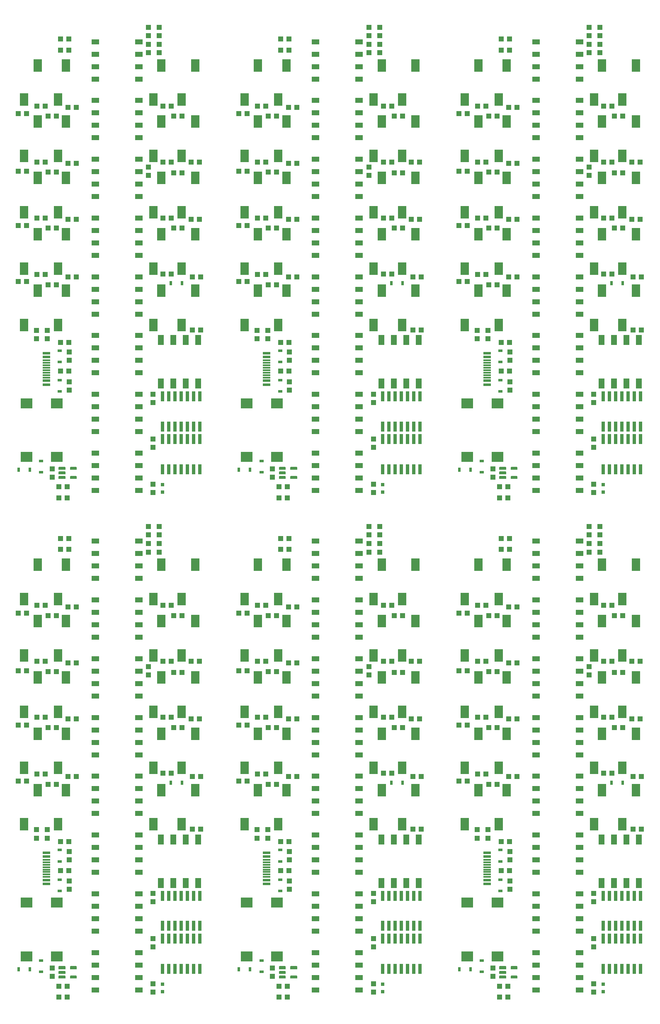
<source format=gtp>
G04 EAGLE Gerber RS-274X export*
G75*
%MOMM*%
%FSLAX34Y34*%
%LPD*%
%INSolderpaste Top*%
%IPPOS*%
%AMOC8*
5,1,8,0,0,1.08239X$1,22.5*%
G01*
G04 Define Apertures*
%ADD10R,1.000000X1.100000*%
%ADD11R,1.100000X1.000000*%
%ADD12R,0.630000X0.830000*%
%ADD13R,0.800000X0.800000*%
%ADD14R,0.830000X0.630000*%
%ADD15R,0.660400X2.032000*%
%ADD16R,2.400000X2.000000*%
%ADD17R,1.500000X0.600000*%
%ADD18R,1.500000X0.300000*%
%ADD19R,1.250000X2.000000*%
%ADD20R,1.500000X1.100000*%
%ADD21C,0.145000*%
%ADD22R,1.800000X2.600000*%
D10*
X182525Y86225D03*
X182525Y69225D03*
D11*
X213250Y49150D03*
X196250Y49150D03*
X213250Y26925D03*
X196250Y26925D03*
X199425Y344425D03*
X216425Y344425D03*
D10*
X388900Y221625D03*
X388900Y238625D03*
X388900Y146550D03*
X388900Y129550D03*
D12*
X448025Y465075D03*
X425025Y465075D03*
D13*
X407950Y38475D03*
X407950Y53475D03*
D12*
X136875Y84075D03*
X113875Y84075D03*
D14*
X160300Y101925D03*
X160300Y78925D03*
X198400Y267025D03*
X198400Y244025D03*
X198400Y304350D03*
X198400Y327350D03*
D15*
X407950Y85091D03*
X407950Y146559D03*
X420650Y85091D03*
X433350Y85091D03*
X420650Y146559D03*
X433350Y146559D03*
X446050Y85091D03*
X446050Y146559D03*
X458750Y85091D03*
X471450Y85091D03*
X458750Y146559D03*
X471450Y146559D03*
X484150Y85091D03*
X484150Y146559D03*
X407950Y172404D03*
X407950Y233872D03*
X420650Y172404D03*
X433350Y172404D03*
X420650Y233872D03*
X433350Y233872D03*
X446050Y172404D03*
X446050Y233872D03*
X458750Y172404D03*
X471450Y172404D03*
X458750Y233872D03*
X471450Y233872D03*
X484150Y172404D03*
X484150Y233872D03*
D16*
X130000Y220000D03*
X192000Y220000D03*
X192000Y110000D03*
X130000Y110000D03*
D17*
X170700Y258000D03*
X170700Y322000D03*
X170700Y314500D03*
X170700Y266000D03*
D18*
X170700Y272500D03*
X170700Y307500D03*
X170700Y302500D03*
X170700Y277500D03*
X170700Y282500D03*
X170700Y297500D03*
X170700Y292500D03*
X170700Y287500D03*
D19*
X480975Y260288D03*
X455575Y260288D03*
X430175Y260288D03*
X404775Y260288D03*
X404775Y349188D03*
X430175Y349188D03*
X455575Y349188D03*
X480975Y349188D03*
D11*
X408975Y484125D03*
X425975Y484125D03*
X469300Y369825D03*
X486300Y369825D03*
X448200Y577788D03*
X431200Y577788D03*
D10*
X217450Y264025D03*
X217450Y247025D03*
X217450Y307350D03*
X217450Y324350D03*
D11*
X486300Y477775D03*
X469300Y477775D03*
D10*
X388900Y37475D03*
X388900Y54475D03*
D20*
X359500Y92700D03*
X359500Y118100D03*
X359500Y67300D03*
X359500Y41900D03*
X270500Y118100D03*
X270500Y92700D03*
X270500Y67300D03*
X270500Y41900D03*
X359500Y212700D03*
X359500Y238100D03*
X359500Y187300D03*
X359500Y161900D03*
X270500Y238100D03*
X270500Y212700D03*
X270500Y187300D03*
X270500Y161900D03*
X359500Y332700D03*
X359500Y358100D03*
X359500Y307300D03*
X359500Y281900D03*
X270500Y358100D03*
X270500Y332700D03*
X270500Y307300D03*
X270500Y281900D03*
X359500Y452700D03*
X359500Y478100D03*
X359500Y427300D03*
X359500Y401900D03*
X270500Y478100D03*
X270500Y452700D03*
X270500Y427300D03*
X270500Y401900D03*
X359500Y572700D03*
X359500Y598100D03*
X359500Y547300D03*
X359500Y521900D03*
X270500Y598100D03*
X270500Y572700D03*
X270500Y547300D03*
X270500Y521900D03*
X359500Y692700D03*
X359500Y718100D03*
X359500Y667300D03*
X359500Y641900D03*
X270500Y718100D03*
X270500Y692700D03*
X270500Y667300D03*
X270500Y641900D03*
X359500Y812700D03*
X359500Y838100D03*
X359500Y787300D03*
X359500Y761900D03*
X270500Y838100D03*
X270500Y812700D03*
X270500Y787300D03*
X270500Y761900D03*
X359500Y932700D03*
X359500Y958100D03*
X359500Y907300D03*
X359500Y881900D03*
X270500Y958100D03*
X270500Y932700D03*
X270500Y907300D03*
X270500Y881900D03*
D21*
X208850Y85050D02*
X196400Y85050D01*
X196400Y89400D01*
X208850Y89400D01*
X208850Y85050D01*
X208850Y86427D02*
X196400Y86427D01*
X196400Y87804D02*
X208850Y87804D01*
X208850Y89181D02*
X196400Y89181D01*
X196400Y75550D02*
X208850Y75550D01*
X196400Y75550D02*
X196400Y79900D01*
X208850Y79900D01*
X208850Y75550D01*
X208850Y76927D02*
X196400Y76927D01*
X196400Y78304D02*
X208850Y78304D01*
X208850Y79681D02*
X196400Y79681D01*
X196400Y66050D02*
X208850Y66050D01*
X196400Y66050D02*
X196400Y70400D01*
X208850Y70400D01*
X208850Y66050D01*
X208850Y67427D02*
X196400Y67427D01*
X196400Y68804D02*
X208850Y68804D01*
X208850Y70181D02*
X196400Y70181D01*
X219700Y66050D02*
X232150Y66050D01*
X219700Y66050D02*
X219700Y70400D01*
X232150Y70400D01*
X232150Y66050D01*
X232150Y67427D02*
X219700Y67427D01*
X219700Y68804D02*
X232150Y68804D01*
X232150Y70181D02*
X219700Y70181D01*
X219700Y85050D02*
X232150Y85050D01*
X219700Y85050D02*
X219700Y89400D01*
X232150Y89400D01*
X232150Y85050D01*
X232150Y86427D02*
X219700Y86427D01*
X219700Y87804D02*
X232150Y87804D01*
X232150Y89181D02*
X219700Y89181D01*
D11*
X199425Y285375D03*
X216425Y285375D03*
X130700Y468250D03*
X113700Y468250D03*
X151800Y482538D03*
X168800Y482538D03*
D10*
X173000Y368800D03*
X173000Y351800D03*
X150775Y368800D03*
X150775Y351800D03*
D11*
X151800Y598425D03*
X168800Y598425D03*
X130700Y582550D03*
X113700Y582550D03*
X215300Y477775D03*
X232300Y477775D03*
X191025Y461900D03*
X174025Y461900D03*
X130700Y693675D03*
X113700Y693675D03*
X151800Y712725D03*
X168800Y712725D03*
X215300Y595250D03*
X232300Y595250D03*
X191025Y577475D03*
X174025Y577475D03*
X151800Y827025D03*
X168800Y827025D03*
X130700Y811150D03*
X113700Y811150D03*
X215300Y709550D03*
X232300Y709550D03*
X191025Y692088D03*
X174025Y692088D03*
X199425Y941325D03*
X216425Y941325D03*
X199425Y963550D03*
X216425Y963550D03*
X215300Y823850D03*
X232300Y823850D03*
X174025Y806388D03*
X191025Y806388D03*
X466125Y595250D03*
X483125Y595250D03*
X425975Y598425D03*
X408975Y598425D03*
D10*
X379375Y702175D03*
X379375Y685175D03*
D11*
X431200Y690500D03*
X448200Y690500D03*
X466125Y712725D03*
X483125Y712725D03*
X425975Y712725D03*
X408975Y712725D03*
X425975Y827025D03*
X408975Y827025D03*
D10*
X379375Y936000D03*
X379375Y953000D03*
X401600Y936000D03*
X401600Y953000D03*
X401600Y970925D03*
X401600Y987925D03*
X379375Y970925D03*
X379375Y987925D03*
D11*
X431200Y806388D03*
X448200Y806388D03*
D22*
X405500Y450000D03*
X474500Y450000D03*
X447000Y380000D03*
X389000Y380000D03*
X405500Y565000D03*
X474500Y565000D03*
X447000Y495000D03*
X389000Y495000D03*
X194500Y380000D03*
X125500Y380000D03*
X153000Y450000D03*
X211000Y450000D03*
X194500Y495000D03*
X125500Y495000D03*
X153000Y565000D03*
X211000Y565000D03*
X194500Y610000D03*
X125500Y610000D03*
X153000Y680000D03*
X211000Y680000D03*
X194500Y725000D03*
X125500Y725000D03*
X153000Y795000D03*
X211000Y795000D03*
X194500Y840000D03*
X125500Y840000D03*
X153000Y910000D03*
X211000Y910000D03*
X405500Y680000D03*
X474500Y680000D03*
X447000Y610000D03*
X389000Y610000D03*
X405500Y795000D03*
X474500Y795000D03*
X447000Y725000D03*
X389000Y725000D03*
X405500Y910000D03*
X474500Y910000D03*
X447000Y840000D03*
X389000Y840000D03*
D10*
X632525Y86225D03*
X632525Y69225D03*
D11*
X663250Y49150D03*
X646250Y49150D03*
X663250Y26925D03*
X646250Y26925D03*
X649425Y344425D03*
X666425Y344425D03*
D10*
X838900Y221625D03*
X838900Y238625D03*
X838900Y146550D03*
X838900Y129550D03*
D12*
X898025Y465075D03*
X875025Y465075D03*
D13*
X857950Y38475D03*
X857950Y53475D03*
D12*
X586875Y84075D03*
X563875Y84075D03*
D14*
X610300Y101925D03*
X610300Y78925D03*
X648400Y267025D03*
X648400Y244025D03*
X648400Y304350D03*
X648400Y327350D03*
D15*
X857950Y85091D03*
X857950Y146559D03*
X870650Y85091D03*
X883350Y85091D03*
X870650Y146559D03*
X883350Y146559D03*
X896050Y85091D03*
X896050Y146559D03*
X908750Y85091D03*
X921450Y85091D03*
X908750Y146559D03*
X921450Y146559D03*
X934150Y85091D03*
X934150Y146559D03*
X857950Y172404D03*
X857950Y233872D03*
X870650Y172404D03*
X883350Y172404D03*
X870650Y233872D03*
X883350Y233872D03*
X896050Y172404D03*
X896050Y233872D03*
X908750Y172404D03*
X921450Y172404D03*
X908750Y233872D03*
X921450Y233872D03*
X934150Y172404D03*
X934150Y233872D03*
D16*
X580000Y220000D03*
X642000Y220000D03*
X642000Y110000D03*
X580000Y110000D03*
D17*
X620700Y258000D03*
X620700Y322000D03*
X620700Y314500D03*
X620700Y266000D03*
D18*
X620700Y272500D03*
X620700Y307500D03*
X620700Y302500D03*
X620700Y277500D03*
X620700Y282500D03*
X620700Y297500D03*
X620700Y292500D03*
X620700Y287500D03*
D19*
X930975Y260288D03*
X905575Y260288D03*
X880175Y260288D03*
X854775Y260288D03*
X854775Y349188D03*
X880175Y349188D03*
X905575Y349188D03*
X930975Y349188D03*
D11*
X858975Y484125D03*
X875975Y484125D03*
X919300Y369825D03*
X936300Y369825D03*
X898200Y577788D03*
X881200Y577788D03*
D10*
X667450Y264025D03*
X667450Y247025D03*
X667450Y307350D03*
X667450Y324350D03*
D11*
X936300Y477775D03*
X919300Y477775D03*
D10*
X838900Y37475D03*
X838900Y54475D03*
D20*
X809500Y92700D03*
X809500Y118100D03*
X809500Y67300D03*
X809500Y41900D03*
X720500Y118100D03*
X720500Y92700D03*
X720500Y67300D03*
X720500Y41900D03*
X809500Y212700D03*
X809500Y238100D03*
X809500Y187300D03*
X809500Y161900D03*
X720500Y238100D03*
X720500Y212700D03*
X720500Y187300D03*
X720500Y161900D03*
X809500Y332700D03*
X809500Y358100D03*
X809500Y307300D03*
X809500Y281900D03*
X720500Y358100D03*
X720500Y332700D03*
X720500Y307300D03*
X720500Y281900D03*
X809500Y452700D03*
X809500Y478100D03*
X809500Y427300D03*
X809500Y401900D03*
X720500Y478100D03*
X720500Y452700D03*
X720500Y427300D03*
X720500Y401900D03*
X809500Y572700D03*
X809500Y598100D03*
X809500Y547300D03*
X809500Y521900D03*
X720500Y598100D03*
X720500Y572700D03*
X720500Y547300D03*
X720500Y521900D03*
X809500Y692700D03*
X809500Y718100D03*
X809500Y667300D03*
X809500Y641900D03*
X720500Y718100D03*
X720500Y692700D03*
X720500Y667300D03*
X720500Y641900D03*
X809500Y812700D03*
X809500Y838100D03*
X809500Y787300D03*
X809500Y761900D03*
X720500Y838100D03*
X720500Y812700D03*
X720500Y787300D03*
X720500Y761900D03*
X809500Y932700D03*
X809500Y958100D03*
X809500Y907300D03*
X809500Y881900D03*
X720500Y958100D03*
X720500Y932700D03*
X720500Y907300D03*
X720500Y881900D03*
D21*
X658850Y85050D02*
X646400Y85050D01*
X646400Y89400D01*
X658850Y89400D01*
X658850Y85050D01*
X658850Y86427D02*
X646400Y86427D01*
X646400Y87804D02*
X658850Y87804D01*
X658850Y89181D02*
X646400Y89181D01*
X646400Y75550D02*
X658850Y75550D01*
X646400Y75550D02*
X646400Y79900D01*
X658850Y79900D01*
X658850Y75550D01*
X658850Y76927D02*
X646400Y76927D01*
X646400Y78304D02*
X658850Y78304D01*
X658850Y79681D02*
X646400Y79681D01*
X646400Y66050D02*
X658850Y66050D01*
X646400Y66050D02*
X646400Y70400D01*
X658850Y70400D01*
X658850Y66050D01*
X658850Y67427D02*
X646400Y67427D01*
X646400Y68804D02*
X658850Y68804D01*
X658850Y70181D02*
X646400Y70181D01*
X669700Y66050D02*
X682150Y66050D01*
X669700Y66050D02*
X669700Y70400D01*
X682150Y70400D01*
X682150Y66050D01*
X682150Y67427D02*
X669700Y67427D01*
X669700Y68804D02*
X682150Y68804D01*
X682150Y70181D02*
X669700Y70181D01*
X669700Y85050D02*
X682150Y85050D01*
X669700Y85050D02*
X669700Y89400D01*
X682150Y89400D01*
X682150Y85050D01*
X682150Y86427D02*
X669700Y86427D01*
X669700Y87804D02*
X682150Y87804D01*
X682150Y89181D02*
X669700Y89181D01*
D11*
X649425Y285375D03*
X666425Y285375D03*
X580700Y468250D03*
X563700Y468250D03*
X601800Y482538D03*
X618800Y482538D03*
D10*
X623000Y368800D03*
X623000Y351800D03*
X600775Y368800D03*
X600775Y351800D03*
D11*
X601800Y598425D03*
X618800Y598425D03*
X580700Y582550D03*
X563700Y582550D03*
X665300Y477775D03*
X682300Y477775D03*
X641025Y461900D03*
X624025Y461900D03*
X580700Y693675D03*
X563700Y693675D03*
X601800Y712725D03*
X618800Y712725D03*
X665300Y595250D03*
X682300Y595250D03*
X641025Y577475D03*
X624025Y577475D03*
X601800Y827025D03*
X618800Y827025D03*
X580700Y811150D03*
X563700Y811150D03*
X665300Y709550D03*
X682300Y709550D03*
X641025Y692088D03*
X624025Y692088D03*
X649425Y941325D03*
X666425Y941325D03*
X649425Y963550D03*
X666425Y963550D03*
X665300Y823850D03*
X682300Y823850D03*
X624025Y806388D03*
X641025Y806388D03*
X916125Y595250D03*
X933125Y595250D03*
X875975Y598425D03*
X858975Y598425D03*
D10*
X829375Y702175D03*
X829375Y685175D03*
D11*
X881200Y690500D03*
X898200Y690500D03*
X916125Y712725D03*
X933125Y712725D03*
X875975Y712725D03*
X858975Y712725D03*
X875975Y827025D03*
X858975Y827025D03*
D10*
X829375Y936000D03*
X829375Y953000D03*
X851600Y936000D03*
X851600Y953000D03*
X851600Y970925D03*
X851600Y987925D03*
X829375Y970925D03*
X829375Y987925D03*
D11*
X881200Y806388D03*
X898200Y806388D03*
D22*
X855500Y450000D03*
X924500Y450000D03*
X897000Y380000D03*
X839000Y380000D03*
X855500Y565000D03*
X924500Y565000D03*
X897000Y495000D03*
X839000Y495000D03*
X644500Y380000D03*
X575500Y380000D03*
X603000Y450000D03*
X661000Y450000D03*
X644500Y495000D03*
X575500Y495000D03*
X603000Y565000D03*
X661000Y565000D03*
X644500Y610000D03*
X575500Y610000D03*
X603000Y680000D03*
X661000Y680000D03*
X644500Y725000D03*
X575500Y725000D03*
X603000Y795000D03*
X661000Y795000D03*
X644500Y840000D03*
X575500Y840000D03*
X603000Y910000D03*
X661000Y910000D03*
X855500Y680000D03*
X924500Y680000D03*
X897000Y610000D03*
X839000Y610000D03*
X855500Y795000D03*
X924500Y795000D03*
X897000Y725000D03*
X839000Y725000D03*
X855500Y910000D03*
X924500Y910000D03*
X897000Y840000D03*
X839000Y840000D03*
D10*
X1082525Y86225D03*
X1082525Y69225D03*
D11*
X1113250Y49150D03*
X1096250Y49150D03*
X1113250Y26925D03*
X1096250Y26925D03*
X1099425Y344425D03*
X1116425Y344425D03*
D10*
X1288900Y221625D03*
X1288900Y238625D03*
X1288900Y146550D03*
X1288900Y129550D03*
D12*
X1348025Y465075D03*
X1325025Y465075D03*
D13*
X1307950Y38475D03*
X1307950Y53475D03*
D12*
X1036875Y84075D03*
X1013875Y84075D03*
D14*
X1060300Y101925D03*
X1060300Y78925D03*
X1098400Y267025D03*
X1098400Y244025D03*
X1098400Y304350D03*
X1098400Y327350D03*
D15*
X1307950Y85091D03*
X1307950Y146559D03*
X1320650Y85091D03*
X1333350Y85091D03*
X1320650Y146559D03*
X1333350Y146559D03*
X1346050Y85091D03*
X1346050Y146559D03*
X1358750Y85091D03*
X1371450Y85091D03*
X1358750Y146559D03*
X1371450Y146559D03*
X1384150Y85091D03*
X1384150Y146559D03*
X1307950Y172404D03*
X1307950Y233872D03*
X1320650Y172404D03*
X1333350Y172404D03*
X1320650Y233872D03*
X1333350Y233872D03*
X1346050Y172404D03*
X1346050Y233872D03*
X1358750Y172404D03*
X1371450Y172404D03*
X1358750Y233872D03*
X1371450Y233872D03*
X1384150Y172404D03*
X1384150Y233872D03*
D16*
X1030000Y220000D03*
X1092000Y220000D03*
X1092000Y110000D03*
X1030000Y110000D03*
D17*
X1070700Y258000D03*
X1070700Y322000D03*
X1070700Y314500D03*
X1070700Y266000D03*
D18*
X1070700Y272500D03*
X1070700Y307500D03*
X1070700Y302500D03*
X1070700Y277500D03*
X1070700Y282500D03*
X1070700Y297500D03*
X1070700Y292500D03*
X1070700Y287500D03*
D19*
X1380975Y260288D03*
X1355575Y260288D03*
X1330175Y260288D03*
X1304775Y260288D03*
X1304775Y349188D03*
X1330175Y349188D03*
X1355575Y349188D03*
X1380975Y349188D03*
D11*
X1308975Y484125D03*
X1325975Y484125D03*
X1369300Y369825D03*
X1386300Y369825D03*
X1348200Y577788D03*
X1331200Y577788D03*
D10*
X1117450Y264025D03*
X1117450Y247025D03*
X1117450Y307350D03*
X1117450Y324350D03*
D11*
X1386300Y477775D03*
X1369300Y477775D03*
D10*
X1288900Y37475D03*
X1288900Y54475D03*
D20*
X1259500Y92700D03*
X1259500Y118100D03*
X1259500Y67300D03*
X1259500Y41900D03*
X1170500Y118100D03*
X1170500Y92700D03*
X1170500Y67300D03*
X1170500Y41900D03*
X1259500Y212700D03*
X1259500Y238100D03*
X1259500Y187300D03*
X1259500Y161900D03*
X1170500Y238100D03*
X1170500Y212700D03*
X1170500Y187300D03*
X1170500Y161900D03*
X1259500Y332700D03*
X1259500Y358100D03*
X1259500Y307300D03*
X1259500Y281900D03*
X1170500Y358100D03*
X1170500Y332700D03*
X1170500Y307300D03*
X1170500Y281900D03*
X1259500Y452700D03*
X1259500Y478100D03*
X1259500Y427300D03*
X1259500Y401900D03*
X1170500Y478100D03*
X1170500Y452700D03*
X1170500Y427300D03*
X1170500Y401900D03*
X1259500Y572700D03*
X1259500Y598100D03*
X1259500Y547300D03*
X1259500Y521900D03*
X1170500Y598100D03*
X1170500Y572700D03*
X1170500Y547300D03*
X1170500Y521900D03*
X1259500Y692700D03*
X1259500Y718100D03*
X1259500Y667300D03*
X1259500Y641900D03*
X1170500Y718100D03*
X1170500Y692700D03*
X1170500Y667300D03*
X1170500Y641900D03*
X1259500Y812700D03*
X1259500Y838100D03*
X1259500Y787300D03*
X1259500Y761900D03*
X1170500Y838100D03*
X1170500Y812700D03*
X1170500Y787300D03*
X1170500Y761900D03*
X1259500Y932700D03*
X1259500Y958100D03*
X1259500Y907300D03*
X1259500Y881900D03*
X1170500Y958100D03*
X1170500Y932700D03*
X1170500Y907300D03*
X1170500Y881900D03*
D21*
X1108850Y85050D02*
X1096400Y85050D01*
X1096400Y89400D01*
X1108850Y89400D01*
X1108850Y85050D01*
X1108850Y86427D02*
X1096400Y86427D01*
X1096400Y87804D02*
X1108850Y87804D01*
X1108850Y89181D02*
X1096400Y89181D01*
X1096400Y75550D02*
X1108850Y75550D01*
X1096400Y75550D02*
X1096400Y79900D01*
X1108850Y79900D01*
X1108850Y75550D01*
X1108850Y76927D02*
X1096400Y76927D01*
X1096400Y78304D02*
X1108850Y78304D01*
X1108850Y79681D02*
X1096400Y79681D01*
X1096400Y66050D02*
X1108850Y66050D01*
X1096400Y66050D02*
X1096400Y70400D01*
X1108850Y70400D01*
X1108850Y66050D01*
X1108850Y67427D02*
X1096400Y67427D01*
X1096400Y68804D02*
X1108850Y68804D01*
X1108850Y70181D02*
X1096400Y70181D01*
X1119700Y66050D02*
X1132150Y66050D01*
X1119700Y66050D02*
X1119700Y70400D01*
X1132150Y70400D01*
X1132150Y66050D01*
X1132150Y67427D02*
X1119700Y67427D01*
X1119700Y68804D02*
X1132150Y68804D01*
X1132150Y70181D02*
X1119700Y70181D01*
X1119700Y85050D02*
X1132150Y85050D01*
X1119700Y85050D02*
X1119700Y89400D01*
X1132150Y89400D01*
X1132150Y85050D01*
X1132150Y86427D02*
X1119700Y86427D01*
X1119700Y87804D02*
X1132150Y87804D01*
X1132150Y89181D02*
X1119700Y89181D01*
D11*
X1099425Y285375D03*
X1116425Y285375D03*
X1030700Y468250D03*
X1013700Y468250D03*
X1051800Y482538D03*
X1068800Y482538D03*
D10*
X1073000Y368800D03*
X1073000Y351800D03*
X1050775Y368800D03*
X1050775Y351800D03*
D11*
X1051800Y598425D03*
X1068800Y598425D03*
X1030700Y582550D03*
X1013700Y582550D03*
X1115300Y477775D03*
X1132300Y477775D03*
X1091025Y461900D03*
X1074025Y461900D03*
X1030700Y693675D03*
X1013700Y693675D03*
X1051800Y712725D03*
X1068800Y712725D03*
X1115300Y595250D03*
X1132300Y595250D03*
X1091025Y577475D03*
X1074025Y577475D03*
X1051800Y827025D03*
X1068800Y827025D03*
X1030700Y811150D03*
X1013700Y811150D03*
X1115300Y709550D03*
X1132300Y709550D03*
X1091025Y692088D03*
X1074025Y692088D03*
X1099425Y941325D03*
X1116425Y941325D03*
X1099425Y963550D03*
X1116425Y963550D03*
X1115300Y823850D03*
X1132300Y823850D03*
X1074025Y806388D03*
X1091025Y806388D03*
X1366125Y595250D03*
X1383125Y595250D03*
X1325975Y598425D03*
X1308975Y598425D03*
D10*
X1279375Y702175D03*
X1279375Y685175D03*
D11*
X1331200Y690500D03*
X1348200Y690500D03*
X1366125Y712725D03*
X1383125Y712725D03*
X1325975Y712725D03*
X1308975Y712725D03*
X1325975Y827025D03*
X1308975Y827025D03*
D10*
X1279375Y936000D03*
X1279375Y953000D03*
X1301600Y936000D03*
X1301600Y953000D03*
X1301600Y970925D03*
X1301600Y987925D03*
X1279375Y970925D03*
X1279375Y987925D03*
D11*
X1331200Y806388D03*
X1348200Y806388D03*
D22*
X1305500Y450000D03*
X1374500Y450000D03*
X1347000Y380000D03*
X1289000Y380000D03*
X1305500Y565000D03*
X1374500Y565000D03*
X1347000Y495000D03*
X1289000Y495000D03*
X1094500Y380000D03*
X1025500Y380000D03*
X1053000Y450000D03*
X1111000Y450000D03*
X1094500Y495000D03*
X1025500Y495000D03*
X1053000Y565000D03*
X1111000Y565000D03*
X1094500Y610000D03*
X1025500Y610000D03*
X1053000Y680000D03*
X1111000Y680000D03*
X1094500Y725000D03*
X1025500Y725000D03*
X1053000Y795000D03*
X1111000Y795000D03*
X1094500Y840000D03*
X1025500Y840000D03*
X1053000Y910000D03*
X1111000Y910000D03*
X1305500Y680000D03*
X1374500Y680000D03*
X1347000Y610000D03*
X1289000Y610000D03*
X1305500Y795000D03*
X1374500Y795000D03*
X1347000Y725000D03*
X1289000Y725000D03*
X1305500Y910000D03*
X1374500Y910000D03*
X1347000Y840000D03*
X1289000Y840000D03*
D10*
X182525Y1106225D03*
X182525Y1089225D03*
D11*
X213250Y1069150D03*
X196250Y1069150D03*
X213250Y1046925D03*
X196250Y1046925D03*
X199425Y1364425D03*
X216425Y1364425D03*
D10*
X388900Y1241625D03*
X388900Y1258625D03*
X388900Y1166550D03*
X388900Y1149550D03*
D12*
X448025Y1485075D03*
X425025Y1485075D03*
D13*
X407950Y1058475D03*
X407950Y1073475D03*
D12*
X136875Y1104075D03*
X113875Y1104075D03*
D14*
X160300Y1121925D03*
X160300Y1098925D03*
X198400Y1287025D03*
X198400Y1264025D03*
X198400Y1324350D03*
X198400Y1347350D03*
D15*
X407950Y1105091D03*
X407950Y1166559D03*
X420650Y1105091D03*
X433350Y1105091D03*
X420650Y1166559D03*
X433350Y1166559D03*
X446050Y1105091D03*
X446050Y1166559D03*
X458750Y1105091D03*
X471450Y1105091D03*
X458750Y1166559D03*
X471450Y1166559D03*
X484150Y1105091D03*
X484150Y1166559D03*
X407950Y1192404D03*
X407950Y1253872D03*
X420650Y1192404D03*
X433350Y1192404D03*
X420650Y1253872D03*
X433350Y1253872D03*
X446050Y1192404D03*
X446050Y1253872D03*
X458750Y1192404D03*
X471450Y1192404D03*
X458750Y1253872D03*
X471450Y1253872D03*
X484150Y1192404D03*
X484150Y1253872D03*
D16*
X130000Y1240000D03*
X192000Y1240000D03*
X192000Y1130000D03*
X130000Y1130000D03*
D17*
X170700Y1278000D03*
X170700Y1342000D03*
X170700Y1334500D03*
X170700Y1286000D03*
D18*
X170700Y1292500D03*
X170700Y1327500D03*
X170700Y1322500D03*
X170700Y1297500D03*
X170700Y1302500D03*
X170700Y1317500D03*
X170700Y1312500D03*
X170700Y1307500D03*
D19*
X480975Y1280288D03*
X455575Y1280288D03*
X430175Y1280288D03*
X404775Y1280288D03*
X404775Y1369188D03*
X430175Y1369188D03*
X455575Y1369188D03*
X480975Y1369188D03*
D11*
X408975Y1504125D03*
X425975Y1504125D03*
X469300Y1389825D03*
X486300Y1389825D03*
X448200Y1597788D03*
X431200Y1597788D03*
D10*
X217450Y1284025D03*
X217450Y1267025D03*
X217450Y1327350D03*
X217450Y1344350D03*
D11*
X486300Y1497775D03*
X469300Y1497775D03*
D10*
X388900Y1057475D03*
X388900Y1074475D03*
D20*
X359500Y1112700D03*
X359500Y1138100D03*
X359500Y1087300D03*
X359500Y1061900D03*
X270500Y1138100D03*
X270500Y1112700D03*
X270500Y1087300D03*
X270500Y1061900D03*
X359500Y1232700D03*
X359500Y1258100D03*
X359500Y1207300D03*
X359500Y1181900D03*
X270500Y1258100D03*
X270500Y1232700D03*
X270500Y1207300D03*
X270500Y1181900D03*
X359500Y1352700D03*
X359500Y1378100D03*
X359500Y1327300D03*
X359500Y1301900D03*
X270500Y1378100D03*
X270500Y1352700D03*
X270500Y1327300D03*
X270500Y1301900D03*
X359500Y1472700D03*
X359500Y1498100D03*
X359500Y1447300D03*
X359500Y1421900D03*
X270500Y1498100D03*
X270500Y1472700D03*
X270500Y1447300D03*
X270500Y1421900D03*
X359500Y1592700D03*
X359500Y1618100D03*
X359500Y1567300D03*
X359500Y1541900D03*
X270500Y1618100D03*
X270500Y1592700D03*
X270500Y1567300D03*
X270500Y1541900D03*
X359500Y1712700D03*
X359500Y1738100D03*
X359500Y1687300D03*
X359500Y1661900D03*
X270500Y1738100D03*
X270500Y1712700D03*
X270500Y1687300D03*
X270500Y1661900D03*
X359500Y1832700D03*
X359500Y1858100D03*
X359500Y1807300D03*
X359500Y1781900D03*
X270500Y1858100D03*
X270500Y1832700D03*
X270500Y1807300D03*
X270500Y1781900D03*
X359500Y1952700D03*
X359500Y1978100D03*
X359500Y1927300D03*
X359500Y1901900D03*
X270500Y1978100D03*
X270500Y1952700D03*
X270500Y1927300D03*
X270500Y1901900D03*
D21*
X208850Y1105050D02*
X196400Y1105050D01*
X196400Y1109400D01*
X208850Y1109400D01*
X208850Y1105050D01*
X208850Y1106427D02*
X196400Y1106427D01*
X196400Y1107804D02*
X208850Y1107804D01*
X208850Y1109181D02*
X196400Y1109181D01*
X196400Y1095550D02*
X208850Y1095550D01*
X196400Y1095550D02*
X196400Y1099900D01*
X208850Y1099900D01*
X208850Y1095550D01*
X208850Y1096927D02*
X196400Y1096927D01*
X196400Y1098304D02*
X208850Y1098304D01*
X208850Y1099681D02*
X196400Y1099681D01*
X196400Y1086050D02*
X208850Y1086050D01*
X196400Y1086050D02*
X196400Y1090400D01*
X208850Y1090400D01*
X208850Y1086050D01*
X208850Y1087427D02*
X196400Y1087427D01*
X196400Y1088804D02*
X208850Y1088804D01*
X208850Y1090181D02*
X196400Y1090181D01*
X219700Y1086050D02*
X232150Y1086050D01*
X219700Y1086050D02*
X219700Y1090400D01*
X232150Y1090400D01*
X232150Y1086050D01*
X232150Y1087427D02*
X219700Y1087427D01*
X219700Y1088804D02*
X232150Y1088804D01*
X232150Y1090181D02*
X219700Y1090181D01*
X219700Y1105050D02*
X232150Y1105050D01*
X219700Y1105050D02*
X219700Y1109400D01*
X232150Y1109400D01*
X232150Y1105050D01*
X232150Y1106427D02*
X219700Y1106427D01*
X219700Y1107804D02*
X232150Y1107804D01*
X232150Y1109181D02*
X219700Y1109181D01*
D11*
X199425Y1305375D03*
X216425Y1305375D03*
X130700Y1488250D03*
X113700Y1488250D03*
X151800Y1502538D03*
X168800Y1502538D03*
D10*
X173000Y1388800D03*
X173000Y1371800D03*
X150775Y1388800D03*
X150775Y1371800D03*
D11*
X151800Y1618425D03*
X168800Y1618425D03*
X130700Y1602550D03*
X113700Y1602550D03*
X215300Y1497775D03*
X232300Y1497775D03*
X191025Y1481900D03*
X174025Y1481900D03*
X130700Y1713675D03*
X113700Y1713675D03*
X151800Y1732725D03*
X168800Y1732725D03*
X215300Y1615250D03*
X232300Y1615250D03*
X191025Y1597475D03*
X174025Y1597475D03*
X151800Y1847025D03*
X168800Y1847025D03*
X130700Y1831150D03*
X113700Y1831150D03*
X215300Y1729550D03*
X232300Y1729550D03*
X191025Y1712088D03*
X174025Y1712088D03*
X199425Y1961325D03*
X216425Y1961325D03*
X199425Y1983550D03*
X216425Y1983550D03*
X215300Y1843850D03*
X232300Y1843850D03*
X174025Y1826388D03*
X191025Y1826388D03*
X466125Y1615250D03*
X483125Y1615250D03*
X425975Y1618425D03*
X408975Y1618425D03*
D10*
X379375Y1722175D03*
X379375Y1705175D03*
D11*
X431200Y1710500D03*
X448200Y1710500D03*
X466125Y1732725D03*
X483125Y1732725D03*
X425975Y1732725D03*
X408975Y1732725D03*
X425975Y1847025D03*
X408975Y1847025D03*
D10*
X379375Y1956000D03*
X379375Y1973000D03*
X401600Y1956000D03*
X401600Y1973000D03*
X401600Y1990925D03*
X401600Y2007925D03*
X379375Y1990925D03*
X379375Y2007925D03*
D11*
X431200Y1826388D03*
X448200Y1826388D03*
D22*
X405500Y1470000D03*
X474500Y1470000D03*
X447000Y1400000D03*
X389000Y1400000D03*
X405500Y1585000D03*
X474500Y1585000D03*
X447000Y1515000D03*
X389000Y1515000D03*
X194500Y1400000D03*
X125500Y1400000D03*
X153000Y1470000D03*
X211000Y1470000D03*
X194500Y1515000D03*
X125500Y1515000D03*
X153000Y1585000D03*
X211000Y1585000D03*
X194500Y1630000D03*
X125500Y1630000D03*
X153000Y1700000D03*
X211000Y1700000D03*
X194500Y1745000D03*
X125500Y1745000D03*
X153000Y1815000D03*
X211000Y1815000D03*
X194500Y1860000D03*
X125500Y1860000D03*
X153000Y1930000D03*
X211000Y1930000D03*
X405500Y1700000D03*
X474500Y1700000D03*
X447000Y1630000D03*
X389000Y1630000D03*
X405500Y1815000D03*
X474500Y1815000D03*
X447000Y1745000D03*
X389000Y1745000D03*
X405500Y1930000D03*
X474500Y1930000D03*
X447000Y1860000D03*
X389000Y1860000D03*
D10*
X632525Y1106225D03*
X632525Y1089225D03*
D11*
X663250Y1069150D03*
X646250Y1069150D03*
X663250Y1046925D03*
X646250Y1046925D03*
X649425Y1364425D03*
X666425Y1364425D03*
D10*
X838900Y1241625D03*
X838900Y1258625D03*
X838900Y1166550D03*
X838900Y1149550D03*
D12*
X898025Y1485075D03*
X875025Y1485075D03*
D13*
X857950Y1058475D03*
X857950Y1073475D03*
D12*
X586875Y1104075D03*
X563875Y1104075D03*
D14*
X610300Y1121925D03*
X610300Y1098925D03*
X648400Y1287025D03*
X648400Y1264025D03*
X648400Y1324350D03*
X648400Y1347350D03*
D15*
X857950Y1105091D03*
X857950Y1166559D03*
X870650Y1105091D03*
X883350Y1105091D03*
X870650Y1166559D03*
X883350Y1166559D03*
X896050Y1105091D03*
X896050Y1166559D03*
X908750Y1105091D03*
X921450Y1105091D03*
X908750Y1166559D03*
X921450Y1166559D03*
X934150Y1105091D03*
X934150Y1166559D03*
X857950Y1192404D03*
X857950Y1253872D03*
X870650Y1192404D03*
X883350Y1192404D03*
X870650Y1253872D03*
X883350Y1253872D03*
X896050Y1192404D03*
X896050Y1253872D03*
X908750Y1192404D03*
X921450Y1192404D03*
X908750Y1253872D03*
X921450Y1253872D03*
X934150Y1192404D03*
X934150Y1253872D03*
D16*
X580000Y1240000D03*
X642000Y1240000D03*
X642000Y1130000D03*
X580000Y1130000D03*
D17*
X620700Y1278000D03*
X620700Y1342000D03*
X620700Y1334500D03*
X620700Y1286000D03*
D18*
X620700Y1292500D03*
X620700Y1327500D03*
X620700Y1322500D03*
X620700Y1297500D03*
X620700Y1302500D03*
X620700Y1317500D03*
X620700Y1312500D03*
X620700Y1307500D03*
D19*
X930975Y1280288D03*
X905575Y1280288D03*
X880175Y1280288D03*
X854775Y1280288D03*
X854775Y1369188D03*
X880175Y1369188D03*
X905575Y1369188D03*
X930975Y1369188D03*
D11*
X858975Y1504125D03*
X875975Y1504125D03*
X919300Y1389825D03*
X936300Y1389825D03*
X898200Y1597788D03*
X881200Y1597788D03*
D10*
X667450Y1284025D03*
X667450Y1267025D03*
X667450Y1327350D03*
X667450Y1344350D03*
D11*
X936300Y1497775D03*
X919300Y1497775D03*
D10*
X838900Y1057475D03*
X838900Y1074475D03*
D20*
X809500Y1112700D03*
X809500Y1138100D03*
X809500Y1087300D03*
X809500Y1061900D03*
X720500Y1138100D03*
X720500Y1112700D03*
X720500Y1087300D03*
X720500Y1061900D03*
X809500Y1232700D03*
X809500Y1258100D03*
X809500Y1207300D03*
X809500Y1181900D03*
X720500Y1258100D03*
X720500Y1232700D03*
X720500Y1207300D03*
X720500Y1181900D03*
X809500Y1352700D03*
X809500Y1378100D03*
X809500Y1327300D03*
X809500Y1301900D03*
X720500Y1378100D03*
X720500Y1352700D03*
X720500Y1327300D03*
X720500Y1301900D03*
X809500Y1472700D03*
X809500Y1498100D03*
X809500Y1447300D03*
X809500Y1421900D03*
X720500Y1498100D03*
X720500Y1472700D03*
X720500Y1447300D03*
X720500Y1421900D03*
X809500Y1592700D03*
X809500Y1618100D03*
X809500Y1567300D03*
X809500Y1541900D03*
X720500Y1618100D03*
X720500Y1592700D03*
X720500Y1567300D03*
X720500Y1541900D03*
X809500Y1712700D03*
X809500Y1738100D03*
X809500Y1687300D03*
X809500Y1661900D03*
X720500Y1738100D03*
X720500Y1712700D03*
X720500Y1687300D03*
X720500Y1661900D03*
X809500Y1832700D03*
X809500Y1858100D03*
X809500Y1807300D03*
X809500Y1781900D03*
X720500Y1858100D03*
X720500Y1832700D03*
X720500Y1807300D03*
X720500Y1781900D03*
X809500Y1952700D03*
X809500Y1978100D03*
X809500Y1927300D03*
X809500Y1901900D03*
X720500Y1978100D03*
X720500Y1952700D03*
X720500Y1927300D03*
X720500Y1901900D03*
D21*
X658850Y1105050D02*
X646400Y1105050D01*
X646400Y1109400D01*
X658850Y1109400D01*
X658850Y1105050D01*
X658850Y1106427D02*
X646400Y1106427D01*
X646400Y1107804D02*
X658850Y1107804D01*
X658850Y1109181D02*
X646400Y1109181D01*
X646400Y1095550D02*
X658850Y1095550D01*
X646400Y1095550D02*
X646400Y1099900D01*
X658850Y1099900D01*
X658850Y1095550D01*
X658850Y1096927D02*
X646400Y1096927D01*
X646400Y1098304D02*
X658850Y1098304D01*
X658850Y1099681D02*
X646400Y1099681D01*
X646400Y1086050D02*
X658850Y1086050D01*
X646400Y1086050D02*
X646400Y1090400D01*
X658850Y1090400D01*
X658850Y1086050D01*
X658850Y1087427D02*
X646400Y1087427D01*
X646400Y1088804D02*
X658850Y1088804D01*
X658850Y1090181D02*
X646400Y1090181D01*
X669700Y1086050D02*
X682150Y1086050D01*
X669700Y1086050D02*
X669700Y1090400D01*
X682150Y1090400D01*
X682150Y1086050D01*
X682150Y1087427D02*
X669700Y1087427D01*
X669700Y1088804D02*
X682150Y1088804D01*
X682150Y1090181D02*
X669700Y1090181D01*
X669700Y1105050D02*
X682150Y1105050D01*
X669700Y1105050D02*
X669700Y1109400D01*
X682150Y1109400D01*
X682150Y1105050D01*
X682150Y1106427D02*
X669700Y1106427D01*
X669700Y1107804D02*
X682150Y1107804D01*
X682150Y1109181D02*
X669700Y1109181D01*
D11*
X649425Y1305375D03*
X666425Y1305375D03*
X580700Y1488250D03*
X563700Y1488250D03*
X601800Y1502538D03*
X618800Y1502538D03*
D10*
X623000Y1388800D03*
X623000Y1371800D03*
X600775Y1388800D03*
X600775Y1371800D03*
D11*
X601800Y1618425D03*
X618800Y1618425D03*
X580700Y1602550D03*
X563700Y1602550D03*
X665300Y1497775D03*
X682300Y1497775D03*
X641025Y1481900D03*
X624025Y1481900D03*
X580700Y1713675D03*
X563700Y1713675D03*
X601800Y1732725D03*
X618800Y1732725D03*
X665300Y1615250D03*
X682300Y1615250D03*
X641025Y1597475D03*
X624025Y1597475D03*
X601800Y1847025D03*
X618800Y1847025D03*
X580700Y1831150D03*
X563700Y1831150D03*
X665300Y1729550D03*
X682300Y1729550D03*
X641025Y1712088D03*
X624025Y1712088D03*
X649425Y1961325D03*
X666425Y1961325D03*
X649425Y1983550D03*
X666425Y1983550D03*
X665300Y1843850D03*
X682300Y1843850D03*
X624025Y1826388D03*
X641025Y1826388D03*
X916125Y1615250D03*
X933125Y1615250D03*
X875975Y1618425D03*
X858975Y1618425D03*
D10*
X829375Y1722175D03*
X829375Y1705175D03*
D11*
X881200Y1710500D03*
X898200Y1710500D03*
X916125Y1732725D03*
X933125Y1732725D03*
X875975Y1732725D03*
X858975Y1732725D03*
X875975Y1847025D03*
X858975Y1847025D03*
D10*
X829375Y1956000D03*
X829375Y1973000D03*
X851600Y1956000D03*
X851600Y1973000D03*
X851600Y1990925D03*
X851600Y2007925D03*
X829375Y1990925D03*
X829375Y2007925D03*
D11*
X881200Y1826388D03*
X898200Y1826388D03*
D22*
X855500Y1470000D03*
X924500Y1470000D03*
X897000Y1400000D03*
X839000Y1400000D03*
X855500Y1585000D03*
X924500Y1585000D03*
X897000Y1515000D03*
X839000Y1515000D03*
X644500Y1400000D03*
X575500Y1400000D03*
X603000Y1470000D03*
X661000Y1470000D03*
X644500Y1515000D03*
X575500Y1515000D03*
X603000Y1585000D03*
X661000Y1585000D03*
X644500Y1630000D03*
X575500Y1630000D03*
X603000Y1700000D03*
X661000Y1700000D03*
X644500Y1745000D03*
X575500Y1745000D03*
X603000Y1815000D03*
X661000Y1815000D03*
X644500Y1860000D03*
X575500Y1860000D03*
X603000Y1930000D03*
X661000Y1930000D03*
X855500Y1700000D03*
X924500Y1700000D03*
X897000Y1630000D03*
X839000Y1630000D03*
X855500Y1815000D03*
X924500Y1815000D03*
X897000Y1745000D03*
X839000Y1745000D03*
X855500Y1930000D03*
X924500Y1930000D03*
X897000Y1860000D03*
X839000Y1860000D03*
D10*
X1082525Y1106225D03*
X1082525Y1089225D03*
D11*
X1113250Y1069150D03*
X1096250Y1069150D03*
X1113250Y1046925D03*
X1096250Y1046925D03*
X1099425Y1364425D03*
X1116425Y1364425D03*
D10*
X1288900Y1241625D03*
X1288900Y1258625D03*
X1288900Y1166550D03*
X1288900Y1149550D03*
D12*
X1348025Y1485075D03*
X1325025Y1485075D03*
D13*
X1307950Y1058475D03*
X1307950Y1073475D03*
D12*
X1036875Y1104075D03*
X1013875Y1104075D03*
D14*
X1060300Y1121925D03*
X1060300Y1098925D03*
X1098400Y1287025D03*
X1098400Y1264025D03*
X1098400Y1324350D03*
X1098400Y1347350D03*
D15*
X1307950Y1105091D03*
X1307950Y1166559D03*
X1320650Y1105091D03*
X1333350Y1105091D03*
X1320650Y1166559D03*
X1333350Y1166559D03*
X1346050Y1105091D03*
X1346050Y1166559D03*
X1358750Y1105091D03*
X1371450Y1105091D03*
X1358750Y1166559D03*
X1371450Y1166559D03*
X1384150Y1105091D03*
X1384150Y1166559D03*
X1307950Y1192404D03*
X1307950Y1253872D03*
X1320650Y1192404D03*
X1333350Y1192404D03*
X1320650Y1253872D03*
X1333350Y1253872D03*
X1346050Y1192404D03*
X1346050Y1253872D03*
X1358750Y1192404D03*
X1371450Y1192404D03*
X1358750Y1253872D03*
X1371450Y1253872D03*
X1384150Y1192404D03*
X1384150Y1253872D03*
D16*
X1030000Y1240000D03*
X1092000Y1240000D03*
X1092000Y1130000D03*
X1030000Y1130000D03*
D17*
X1070700Y1278000D03*
X1070700Y1342000D03*
X1070700Y1334500D03*
X1070700Y1286000D03*
D18*
X1070700Y1292500D03*
X1070700Y1327500D03*
X1070700Y1322500D03*
X1070700Y1297500D03*
X1070700Y1302500D03*
X1070700Y1317500D03*
X1070700Y1312500D03*
X1070700Y1307500D03*
D19*
X1380975Y1280288D03*
X1355575Y1280288D03*
X1330175Y1280288D03*
X1304775Y1280288D03*
X1304775Y1369188D03*
X1330175Y1369188D03*
X1355575Y1369188D03*
X1380975Y1369188D03*
D11*
X1308975Y1504125D03*
X1325975Y1504125D03*
X1369300Y1389825D03*
X1386300Y1389825D03*
X1348200Y1597788D03*
X1331200Y1597788D03*
D10*
X1117450Y1284025D03*
X1117450Y1267025D03*
X1117450Y1327350D03*
X1117450Y1344350D03*
D11*
X1386300Y1497775D03*
X1369300Y1497775D03*
D10*
X1288900Y1057475D03*
X1288900Y1074475D03*
D20*
X1259500Y1112700D03*
X1259500Y1138100D03*
X1259500Y1087300D03*
X1259500Y1061900D03*
X1170500Y1138100D03*
X1170500Y1112700D03*
X1170500Y1087300D03*
X1170500Y1061900D03*
X1259500Y1232700D03*
X1259500Y1258100D03*
X1259500Y1207300D03*
X1259500Y1181900D03*
X1170500Y1258100D03*
X1170500Y1232700D03*
X1170500Y1207300D03*
X1170500Y1181900D03*
X1259500Y1352700D03*
X1259500Y1378100D03*
X1259500Y1327300D03*
X1259500Y1301900D03*
X1170500Y1378100D03*
X1170500Y1352700D03*
X1170500Y1327300D03*
X1170500Y1301900D03*
X1259500Y1472700D03*
X1259500Y1498100D03*
X1259500Y1447300D03*
X1259500Y1421900D03*
X1170500Y1498100D03*
X1170500Y1472700D03*
X1170500Y1447300D03*
X1170500Y1421900D03*
X1259500Y1592700D03*
X1259500Y1618100D03*
X1259500Y1567300D03*
X1259500Y1541900D03*
X1170500Y1618100D03*
X1170500Y1592700D03*
X1170500Y1567300D03*
X1170500Y1541900D03*
X1259500Y1712700D03*
X1259500Y1738100D03*
X1259500Y1687300D03*
X1259500Y1661900D03*
X1170500Y1738100D03*
X1170500Y1712700D03*
X1170500Y1687300D03*
X1170500Y1661900D03*
X1259500Y1832700D03*
X1259500Y1858100D03*
X1259500Y1807300D03*
X1259500Y1781900D03*
X1170500Y1858100D03*
X1170500Y1832700D03*
X1170500Y1807300D03*
X1170500Y1781900D03*
X1259500Y1952700D03*
X1259500Y1978100D03*
X1259500Y1927300D03*
X1259500Y1901900D03*
X1170500Y1978100D03*
X1170500Y1952700D03*
X1170500Y1927300D03*
X1170500Y1901900D03*
D21*
X1108850Y1105050D02*
X1096400Y1105050D01*
X1096400Y1109400D01*
X1108850Y1109400D01*
X1108850Y1105050D01*
X1108850Y1106427D02*
X1096400Y1106427D01*
X1096400Y1107804D02*
X1108850Y1107804D01*
X1108850Y1109181D02*
X1096400Y1109181D01*
X1096400Y1095550D02*
X1108850Y1095550D01*
X1096400Y1095550D02*
X1096400Y1099900D01*
X1108850Y1099900D01*
X1108850Y1095550D01*
X1108850Y1096927D02*
X1096400Y1096927D01*
X1096400Y1098304D02*
X1108850Y1098304D01*
X1108850Y1099681D02*
X1096400Y1099681D01*
X1096400Y1086050D02*
X1108850Y1086050D01*
X1096400Y1086050D02*
X1096400Y1090400D01*
X1108850Y1090400D01*
X1108850Y1086050D01*
X1108850Y1087427D02*
X1096400Y1087427D01*
X1096400Y1088804D02*
X1108850Y1088804D01*
X1108850Y1090181D02*
X1096400Y1090181D01*
X1119700Y1086050D02*
X1132150Y1086050D01*
X1119700Y1086050D02*
X1119700Y1090400D01*
X1132150Y1090400D01*
X1132150Y1086050D01*
X1132150Y1087427D02*
X1119700Y1087427D01*
X1119700Y1088804D02*
X1132150Y1088804D01*
X1132150Y1090181D02*
X1119700Y1090181D01*
X1119700Y1105050D02*
X1132150Y1105050D01*
X1119700Y1105050D02*
X1119700Y1109400D01*
X1132150Y1109400D01*
X1132150Y1105050D01*
X1132150Y1106427D02*
X1119700Y1106427D01*
X1119700Y1107804D02*
X1132150Y1107804D01*
X1132150Y1109181D02*
X1119700Y1109181D01*
D11*
X1099425Y1305375D03*
X1116425Y1305375D03*
X1030700Y1488250D03*
X1013700Y1488250D03*
X1051800Y1502538D03*
X1068800Y1502538D03*
D10*
X1073000Y1388800D03*
X1073000Y1371800D03*
X1050775Y1388800D03*
X1050775Y1371800D03*
D11*
X1051800Y1618425D03*
X1068800Y1618425D03*
X1030700Y1602550D03*
X1013700Y1602550D03*
X1115300Y1497775D03*
X1132300Y1497775D03*
X1091025Y1481900D03*
X1074025Y1481900D03*
X1030700Y1713675D03*
X1013700Y1713675D03*
X1051800Y1732725D03*
X1068800Y1732725D03*
X1115300Y1615250D03*
X1132300Y1615250D03*
X1091025Y1597475D03*
X1074025Y1597475D03*
X1051800Y1847025D03*
X1068800Y1847025D03*
X1030700Y1831150D03*
X1013700Y1831150D03*
X1115300Y1729550D03*
X1132300Y1729550D03*
X1091025Y1712088D03*
X1074025Y1712088D03*
X1099425Y1961325D03*
X1116425Y1961325D03*
X1099425Y1983550D03*
X1116425Y1983550D03*
X1115300Y1843850D03*
X1132300Y1843850D03*
X1074025Y1826388D03*
X1091025Y1826388D03*
X1366125Y1615250D03*
X1383125Y1615250D03*
X1325975Y1618425D03*
X1308975Y1618425D03*
D10*
X1279375Y1722175D03*
X1279375Y1705175D03*
D11*
X1331200Y1710500D03*
X1348200Y1710500D03*
X1366125Y1732725D03*
X1383125Y1732725D03*
X1325975Y1732725D03*
X1308975Y1732725D03*
X1325975Y1847025D03*
X1308975Y1847025D03*
D10*
X1279375Y1956000D03*
X1279375Y1973000D03*
X1301600Y1956000D03*
X1301600Y1973000D03*
X1301600Y1990925D03*
X1301600Y2007925D03*
X1279375Y1990925D03*
X1279375Y2007925D03*
D11*
X1331200Y1826388D03*
X1348200Y1826388D03*
D22*
X1305500Y1470000D03*
X1374500Y1470000D03*
X1347000Y1400000D03*
X1289000Y1400000D03*
X1305500Y1585000D03*
X1374500Y1585000D03*
X1347000Y1515000D03*
X1289000Y1515000D03*
X1094500Y1400000D03*
X1025500Y1400000D03*
X1053000Y1470000D03*
X1111000Y1470000D03*
X1094500Y1515000D03*
X1025500Y1515000D03*
X1053000Y1585000D03*
X1111000Y1585000D03*
X1094500Y1630000D03*
X1025500Y1630000D03*
X1053000Y1700000D03*
X1111000Y1700000D03*
X1094500Y1745000D03*
X1025500Y1745000D03*
X1053000Y1815000D03*
X1111000Y1815000D03*
X1094500Y1860000D03*
X1025500Y1860000D03*
X1053000Y1930000D03*
X1111000Y1930000D03*
X1305500Y1700000D03*
X1374500Y1700000D03*
X1347000Y1630000D03*
X1289000Y1630000D03*
X1305500Y1815000D03*
X1374500Y1815000D03*
X1347000Y1745000D03*
X1289000Y1745000D03*
X1305500Y1930000D03*
X1374500Y1930000D03*
X1347000Y1860000D03*
X1289000Y1860000D03*
M02*

</source>
